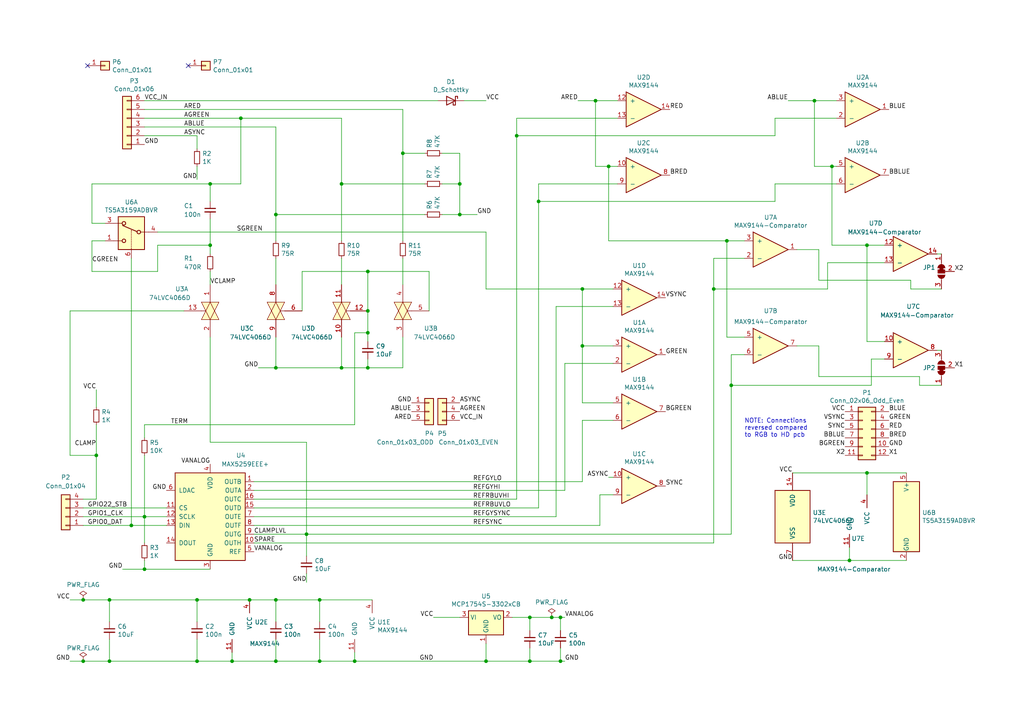
<source format=kicad_sch>
(kicad_sch (version 20230121) (generator eeschema)
  (paper "A4")
  (lib_symbols
    (symbol "Connector_Generic:Conn_01x01" (pin_names (offset 1.016) hide)
      (property "Reference" "J" (at 0 2.54 0))
      (property "Value" "Conn_01x01" (at 0 -2.54 0))
      (symbol "Conn_01x01_1_1"
        (rectangle (start -1.27 0.127) (end 0 -0.127) (stroke (width 0.1524)))
        (rectangle (start -1.27 1.27) (end 1.27 -1.27) (stroke (width 0.254)) (fill (type background)))
        (pin passive line (at -5.08 0 0) (length 3.81) (name "Pin_1") (number "1"))
      )
    )
    (symbol "Connector_Generic:Conn_02x06_Odd_Even" (pin_names (offset 1.016) hide)
      (property "Reference" "J" (at 1.27 7.62 0))
      (property "Value" "Conn_02x06_Odd_Even" (at 1.27 -10.16 0))
      (symbol "Conn_02x06_Odd_Even_1_1"
        (rectangle (start -1.27 -7.493) (end 0 -7.747) (stroke (width 0.1524)))
        (rectangle (start -1.27 -4.953) (end 0 -5.207) (stroke (width 0.1524)))
        (rectangle (start -1.27 -2.413) (end 0 -2.667) (stroke (width 0.1524)))
        (rectangle (start -1.27 0.127) (end 0 -0.127) (stroke (width 0.1524)))
        (rectangle (start -1.27 2.667) (end 0 2.413) (stroke (width 0.1524)))
        (rectangle (start -1.27 5.207) (end 0 4.953) (stroke (width 0.1524)))
        (rectangle (start -1.27 6.35) (end 3.81 -8.89) (stroke (width 0.254)) (fill (type background)))
        (rectangle (start 3.81 -7.493) (end 2.54 -7.747) (stroke (width 0.1524)))
        (rectangle (start 3.81 -4.953) (end 2.54 -5.207) (stroke (width 0.1524)))
        (rectangle (start 3.81 -2.413) (end 2.54 -2.667) (stroke (width 0.1524)))
        (rectangle (start 3.81 0.127) (end 2.54 -0.127) (stroke (width 0.1524)))
        (rectangle (start 3.81 2.667) (end 2.54 2.413) (stroke (width 0.1524)))
        (rectangle (start 3.81 5.207) (end 2.54 4.953) (stroke (width 0.1524)))
        (pin passive line (at -5.08 5.08 0) (length 3.81) (name "Pin_1") (number "1"))
        (pin passive line (at 7.62 -5.08 180) (length 3.81) (name "Pin_10") (number "10"))
        (pin passive line (at -5.08 -7.62 0) (length 3.81) (name "Pin_11") (number "11"))
        (pin passive line (at 7.62 -7.62 180) (length 3.81) (name "Pin_12") (number "12"))
        (pin passive line (at 7.62 5.08 180) (length 3.81) (name "Pin_2") (number "2"))
        (pin passive line (at -5.08 2.54 0) (length 3.81) (name "Pin_3") (number "3"))
        (pin passive line (at 7.62 2.54 180) (length 3.81) (name "Pin_4") (number "4"))
        (pin passive line (at -5.08 0 0) (length 3.81) (name "Pin_5") (number "5"))
        (pin passive line (at 7.62 0 180) (length 3.81) (name "Pin_6") (number "6"))
        (pin passive line (at -5.08 -2.54 0) (length 3.81) (name "Pin_7") (number "7"))
        (pin passive line (at 7.62 -2.54 180) (length 3.81) (name "Pin_8") (number "8"))
        (pin passive line (at -5.08 -5.08 0) (length 3.81) (name "Pin_9") (number "9"))
      )
    )
    (symbol "Device:C_Small" (pin_numbers hide) (pin_names (offset 0.254) hide)
      (property "Reference" "C" (at 0.254 1.778 0))
      (property "Value" "C_Small" (at 0.254 -2.032 0))
      (symbol "C_Small_0_1"
        (polyline (pts (xy -1.524 -0.508) (xy 1.524 -0.508)) (stroke (width 0.3302)))
        (polyline (pts (xy -1.524 0.508) (xy 1.524 0.508)) (stroke (width 0.3048)))
      )
      (symbol "C_Small_1_1"
        (pin passive line (at 0 2.54 270) (length 2.032) (name "~") (number "1"))
        (pin passive line (at 0 -2.54 90) (length 2.032) (name "~") (number "2"))
      )
    )
    (symbol "Device:D_Schottky" (pin_numbers hide) (pin_names (offset 1.016) hide)
      (property "Reference" "D" (at 0 2.54 0))
      (property "Value" "D_Schottky" (at 0 -2.54 0))
      (symbol "D_Schottky_0_1"
        (polyline (pts (xy 1.27 0) (xy -1.27 0)))
        (polyline (pts (xy 1.27 1.27) (xy 1.27 -1.27) (xy -1.27 0) (xy 1.27 1.27)) (stroke (width 0.254)))
        (polyline (pts (xy -1.905 0.635) (xy -1.905 1.27) (xy -1.27 1.27) (xy -1.27 -1.27) (xy -0.635 -1.27) (xy -0.635 -0.635)) (stroke (width 0.254)))
      )
      (symbol "D_Schottky_1_1"
        (pin passive line (at -3.81 0 0) (length 2.54) (name "K") (number "1"))
        (pin passive line (at 3.81 0 180) (length 2.54) (name "A") (number "2"))
      )
    )
    (symbol "Device:R_Small" (pin_numbers hide) (pin_names (offset 0.254) hide)
      (property "Reference" "R" (at 0.762 0.508 0))
      (property "Value" "R_Small" (at 0.762 -1.016 0))
      (symbol "R_Small_0_1"
        (rectangle (start -0.762 1.778) (end 0.762 -1.778) (stroke (width 0.2032)))
      )
      (symbol "R_Small_1_1"
        (pin passive line (at 0 2.54 270) (length 0.762) (name "~") (number "1"))
        (pin passive line (at 0 -2.54 90) (length 0.762) (name "~") (number "2"))
      )
    )
    (symbol "Regulator_Linear:MCP1754S-3302xCB"
      (property "Reference" "U" (at -3.81 3.175 0))
      (property "Value" "MCP1754S-3302xCB" (at -0.635 3.175 0))
      (symbol "MCP1754S-3302xCB_0_1"
        (rectangle (start -5.08 -5.08) (end 5.08 1.905) (stroke (width 0.254)) (fill (type background)))
      )
      (symbol "MCP1754S-3302xCB_1_1"
        (pin power_in line (at 0 -7.62 90) (length 2.54) (name "GND") (number "1"))
        (pin power_out line (at 7.62 0 180) (length 2.54) (name "VO") (number "2"))
        (pin power_in line (at -7.62 0 0) (length 2.54) (name "VI") (number "3"))
      )
    )
    (symbol "analog-rescue:74LVC4066D-4xxx-analog-rescue" (pin_names (offset 1.016))
      (property "Reference" "U" (at -7.62 8.89 0))
      (property "Value" "74LVC4066D-4xxx-analog-rescue" (at -7.62 -8.89 0))
      (symbol "74LVC4066D-4xxx-analog-rescue_1_0"
        (polyline (pts (xy 0 1.27) (xy 0 2.54)) (stroke (width 0.1524)))
        (polyline (pts (xy -2.54 0) (xy 2.54 2.54) (xy 2.54 -2.54) (xy -2.54 0)) (fill (type background)))
        (polyline (pts (xy -2.54 2.54) (xy 2.54 0) (xy -2.54 -2.54) (xy -2.54 2.54)) (fill (type background)))
        (pin passive line (at -7.62 0 0) (length 5.08) (name "~") (number "1"))
        (pin input line (at 0 7.62 270) (length 5.08) (name "~") (number "13"))
        (pin passive line (at 7.62 0 180) (length 5.08) (name "~") (number "2"))
      )
      (symbol "74LVC4066D-4xxx-analog-rescue_2_0"
        (polyline (pts (xy 0 1.27) (xy 0 2.54)) (stroke (width 0.1524)))
        (polyline (pts (xy -2.54 0) (xy 2.54 2.54) (xy 2.54 -2.54) (xy -2.54 0)) (fill (type background)))
        (polyline (pts (xy -2.54 2.54) (xy 2.54 0) (xy -2.54 -2.54) (xy -2.54 2.54)) (fill (type background)))
        (pin passive line (at 7.62 0 180) (length 5.08) (name "~") (number "3"))
        (pin passive line (at -7.62 0 0) (length 5.08) (name "~") (number "4"))
        (pin input line (at 0 7.62 270) (length 5.08) (name "~") (number "5"))
      )
      (symbol "74LVC4066D-4xxx-analog-rescue_3_0"
        (polyline (pts (xy 0 1.27) (xy 0 2.54)) (stroke (width 0.1524)))
        (polyline (pts (xy -2.54 0) (xy 2.54 2.54) (xy 2.54 -2.54) (xy -2.54 0)) (fill (type background)))
        (polyline (pts (xy -2.54 2.54) (xy 2.54 0) (xy -2.54 -2.54) (xy -2.54 2.54)) (fill (type background)))
        (pin input line (at 0 7.62 270) (length 5.08) (name "~") (number "6"))
        (pin passive line (at -7.62 0 0) (length 5.08) (name "~") (number "8"))
        (pin passive line (at 7.62 0 180) (length 5.08) (name "~") (number "9"))
      )
      (symbol "74LVC4066D-4xxx-analog-rescue_4_0"
        (polyline (pts (xy 0 1.27) (xy 0 2.54)) (stroke (width 0.1524)))
        (polyline (pts (xy -2.54 0) (xy 2.54 2.54) (xy 2.54 -2.54) (xy -2.54 0)) (fill (type background)))
        (polyline (pts (xy -2.54 2.54) (xy 2.54 0) (xy -2.54 -2.54) (xy -2.54 2.54)) (fill (type background)))
        (pin passive line (at 7.62 0 180) (length 5.08) (name "~") (number "10"))
        (pin passive line (at -7.62 0 0) (length 5.08) (name "~") (number "11"))
        (pin input line (at 0 7.62 270) (length 5.08) (name "~") (number "12"))
      )
      (symbol "74LVC4066D-4xxx-analog-rescue_5_0"
        (pin power_in line (at 0 12.7 270) (length 5.08) (name "VDD") (number "14"))
        (pin power_in line (at 0 -12.7 90) (length 5.08) (name "VSS") (number "7"))
      )
      (symbol "74LVC4066D-4xxx-analog-rescue_5_1"
        (rectangle (start -5.08 7.62) (end 5.08 -7.62) (stroke (width 0.254)) (fill (type background)))
      )
    )
    (symbol "analog-rescue:Conn_01x03_EVEN-Connector_Generic" (pin_names (offset 1.016) hide)
      (property "Reference" "J" (at 0 5.08 0))
      (property "Value" "Connector_Generic_Conn_01x03_EVEN" (at 0 -5.08 0))
      (symbol "Conn_01x03_EVEN-Connector_Generic_1_1"
        (rectangle (start -1.27 -2.413) (end 0 -2.667) (stroke (width 0.1524)))
        (rectangle (start -1.27 0.127) (end 0 -0.127) (stroke (width 0.1524)))
        (rectangle (start -1.27 2.667) (end 0 2.413) (stroke (width 0.1524)))
        (rectangle (start -1.27 3.81) (end 1.27 -3.81) (stroke (width 0.254)) (fill (type background)))
        (pin passive line (at -5.08 -2.54 0) (length 3.81) (name "Pin_2") (number "2"))
        (pin passive line (at -5.08 0 0) (length 3.81) (name "Pin_4") (number "4"))
        (pin passive line (at -5.08 2.54 0) (length 3.81) (name "Pin_6") (number "6"))
      )
    )
    (symbol "analog-rescue:Conn_01x03_ODD-Connector_Generic" (pin_names (offset 1.016) hide)
      (property "Reference" "J" (at 0 5.08 0))
      (property "Value" "Connector_Generic_Conn_01x03_ODD" (at 0 -5.08 0))
      (symbol "Conn_01x03_ODD-Connector_Generic_1_1"
        (rectangle (start -1.27 -2.413) (end 0 -2.667) (stroke (width 0.1524)))
        (rectangle (start -1.27 0.127) (end 0 -0.127) (stroke (width 0.1524)))
        (rectangle (start -1.27 2.667) (end 0 2.413) (stroke (width 0.1524)))
        (rectangle (start -1.27 3.81) (end 1.27 -3.81) (stroke (width 0.254)) (fill (type background)))
        (pin passive line (at -5.08 2.54 0) (length 3.81) (name "Pin_1") (number "1"))
        (pin passive line (at -5.08 0 0) (length 3.81) (name "Pin_3") (number "3"))
        (pin passive line (at -5.08 -2.54 0) (length 3.81) (name "Pin_5") (number "5"))
      )
    )
    (symbol "analog-rescue:Conn_01x04-Connector_Generic" (pin_names (offset 1.016) hide)
      (property "Reference" "J" (at 0 5.08 0))
      (property "Value" "Conn_01x04-Connector_Generic" (at 0 -7.62 0))
      (symbol "Conn_01x04-Connector_Generic_1_1"
        (rectangle (start -1.27 -4.953) (end 0 -5.207) (stroke (width 0.1524)))
        (rectangle (start -1.27 -2.413) (end 0 -2.667) (stroke (width 0.1524)))
        (rectangle (start -1.27 0.127) (end 0 -0.127) (stroke (width 0.1524)))
        (rectangle (start -1.27 2.667) (end 0 2.413) (stroke (width 0.1524)))
        (rectangle (start -1.27 3.81) (end 1.27 -6.35) (stroke (width 0.254)) (fill (type background)))
        (pin passive line (at -5.08 2.54 0) (length 3.81) (name "Pin_1") (number "1"))
        (pin passive line (at -5.08 0 0) (length 3.81) (name "Pin_2") (number "2"))
        (pin passive line (at -5.08 -2.54 0) (length 3.81) (name "Pin_3") (number "3"))
        (pin passive line (at -5.08 -5.08 0) (length 3.81) (name "Pin_4") (number "4"))
      )
    )
    (symbol "analog-rescue:Conn_01x06-Connector_Generic" (pin_names (offset 1.016) hide)
      (property "Reference" "J" (at 0 7.62 0))
      (property "Value" "Conn_01x06-Connector_Generic" (at 0 -10.16 0))
      (symbol "Conn_01x06-Connector_Generic_1_1"
        (rectangle (start -1.27 -7.493) (end 0 -7.747) (stroke (width 0.1524)))
        (rectangle (start -1.27 -4.953) (end 0 -5.207) (stroke (width 0.1524)))
        (rectangle (start -1.27 -2.413) (end 0 -2.667) (stroke (width 0.1524)))
        (rectangle (start -1.27 0.127) (end 0 -0.127) (stroke (width 0.1524)))
        (rectangle (start -1.27 2.667) (end 0 2.413) (stroke (width 0.1524)))
        (rectangle (start -1.27 5.207) (end 0 4.953) (stroke (width 0.1524)))
        (rectangle (start -1.27 6.35) (end 1.27 -8.89) (stroke (width 0.254)) (fill (type background)))
        (pin passive line (at -5.08 5.08 0) (length 3.81) (name "Pin_1") (number "1"))
        (pin passive line (at -5.08 2.54 0) (length 3.81) (name "Pin_2") (number "2"))
        (pin passive line (at -5.08 0 0) (length 3.81) (name "Pin_3") (number "3"))
        (pin passive line (at -5.08 -2.54 0) (length 3.81) (name "Pin_4") (number "4"))
        (pin passive line (at -5.08 -5.08 0) (length 3.81) (name "Pin_5") (number "5"))
        (pin passive line (at -5.08 -7.62 0) (length 3.81) (name "Pin_6") (number "6"))
      )
    )
    (symbol "analog-rescue:MAX5259EEE+-Analog_DAC" (pin_names (offset 1.016))
      (property "Reference" "U" (at 0 1.27 0))
      (property "Value" "Analog_DAC_MAX5259EEE+" (at -10.16 16.51 0))
      (symbol "MAX5259EEE+-Analog_DAC_1_1"
        (rectangle (start -10.16 12.7) (end 10.16 -12.7) (stroke (width 0.254)) (fill (type background)))
        (pin output line (at 12.7 10.16 180) (length 2.54) (name "OUTB") (number "1"))
        (pin output line (at 12.7 -7.62 180) (length 2.54) (name "OUTH") (number "10"))
        (pin input line (at -12.7 2.54 0) (length 2.54) (name "CS") (number "11"))
        (pin input line (at -12.7 0 0) (length 2.54) (name "SCLK") (number "12"))
        (pin input line (at -12.7 -2.54 0) (length 2.54) (name "DIN") (number "13"))
        (pin output line (at -12.7 -7.62 0) (length 2.54) (name "DOUT") (number "14"))
        (pin output line (at 12.7 2.54 180) (length 2.54) (name "OUTD") (number "15"))
        (pin output line (at 12.7 5.08 180) (length 2.54) (name "OUTC") (number "16"))
        (pin output line (at 12.7 7.62 180) (length 2.54) (name "OUTA") (number "2"))
        (pin power_in line (at 0 -15.24 90) (length 2.54) (name "GND") (number "3"))
        (pin power_in line (at 0 15.24 270) (length 2.54) (name "VDD") (number "4"))
        (pin input line (at 12.7 -10.16 180) (length 2.54) (name "REF") (number "5"))
        (pin input line (at -12.7 7.62 0) (length 2.54) (name "LDAC") (number "6"))
        (pin output line (at 12.7 0 180) (length 2.54) (name "OUTE") (number "7"))
        (pin output line (at 12.7 -2.54 180) (length 2.54) (name "OUTF") (number "8"))
        (pin output line (at 12.7 -5.08 180) (length 2.54) (name "OUTG") (number "9"))
      )
    )
    (symbol "analog-rescue:MAX9144-Comparator-analog-rescue" (pin_names (offset 1.016))
      (property "Reference" "U" (at -7.62 7.62 0))
      (property "Value" "MAX9144-Comparator-analog-rescue" (at -7.62 10.16 0))
      (symbol "MAX9144-Comparator-analog-rescue_1_1"
        (polyline (pts (xy -3.81 5.08) (xy 6.35 0) (xy -3.81 -5.08) (xy -3.81 5.08)) (stroke (width 0.254)) (fill (type background)))
        (pin output line (at 8.89 0 180) (length 2.54) (name "~") (number "1"))
        (pin input line (at -6.35 -2.54 0) (length 2.54) (name "-") (number "2"))
        (pin input line (at -6.35 2.54 0) (length 2.54) (name "+") (number "3"))
      )
      (symbol "MAX9144-Comparator-analog-rescue_2_1"
        (polyline (pts (xy -3.81 5.08) (xy 6.35 0) (xy -3.81 -5.08) (xy -3.81 5.08)) (stroke (width 0.254)) (fill (type background)))
        (pin input line (at -6.35 2.54 0) (length 2.54) (name "+") (number "5"))
        (pin input line (at -6.35 -2.54 0) (length 2.54) (name "-") (number "6"))
        (pin output line (at 8.89 0 180) (length 2.54) (name "~") (number "7"))
      )
      (symbol "MAX9144-Comparator-analog-rescue_3_1"
        (polyline (pts (xy -3.81 5.08) (xy 6.35 0) (xy -3.81 -5.08) (xy -3.81 5.08)) (stroke (width 0.254)) (fill (type background)))
        (pin input line (at -6.35 2.54 0) (length 2.54) (name "+") (number "10"))
        (pin output line (at 8.89 0 180) (length 2.54) (name "~") (number "8"))
        (pin input line (at -6.35 -2.54 0) (length 2.54) (name "-") (number "9"))
      )
      (symbol "MAX9144-Comparator-analog-rescue_4_1"
        (polyline (pts (xy -3.81 5.08) (xy 6.35 0) (xy -3.81 -5.08) (xy -3.81 5.08)) (stroke (width 0.254)) (fill (type background)))
        (pin input line (at -6.35 2.54 0) (length 2.54) (name "+") (number "12"))
        (pin input line (at -6.35 -2.54 0) (length 2.54) (name "-") (number "13"))
        (pin output line (at 8.89 0 180) (length 2.54) (name "~") (number "14"))
      )
      (symbol "MAX9144-Comparator-analog-rescue_5_1"
        (pin power_in line (at -5.08 -6.35 90) (length 3.81) (name "GND") (number "11"))
        (pin power_in line (at 0 8.89 270) (length 3.81) (name "VCC") (number "4"))
      )
    )
    (symbol "analog-rescue:SolderJumper_3_Bridged12-Jumper" (pin_names (offset 0) hide)
      (property "Reference" "JP" (at -2.54 -2.54 0))
      (property "Value" "Jumper_SolderJumper_3_Bridged12" (at 0 2.794 0))
      (symbol "SolderJumper_3_Bridged12-Jumper_0_1"
        (rectangle (start -1.016 0.508) (end -0.508 -0.508) (fill (type outline)))
        (arc (start -1.016 1.016) (mid -2.0275 0) (end -1.016 -1.016))
        (arc (start -1.016 1.016) (mid -2.0275 0) (end -1.016 -1.016) (fill (type outline)))
        (rectangle (start -0.508 1.016) (end 0.508 -1.016) (fill (type outline)))
        (polyline (pts (xy -2.54 0) (xy -2.032 0)))
        (polyline (pts (xy -1.016 1.016) (xy -1.016 -1.016)))
        (polyline (pts (xy 0 -1.27) (xy 0 -1.016)))
        (polyline (pts (xy 1.016 1.016) (xy 1.016 -1.016)))
        (polyline (pts (xy 2.54 0) (xy 2.032 0)))
        (arc (start 1.016 -1.016) (mid 2.0275 0) (end 1.016 1.016))
        (arc (start 1.016 -1.016) (mid 2.0275 0) (end 1.016 1.016) (fill (type outline)))
      )
      (symbol "SolderJumper_3_Bridged12-Jumper_1_1"
        (pin passive line (at -5.08 0 0) (length 2.54) (name "A") (number "1"))
        (pin input line (at 0 -3.81 90) (length 2.54) (name "C") (number "2"))
        (pin passive line (at 5.08 0 180) (length 2.54) (name "B") (number "3"))
      )
    )
    (symbol "analog-rescue:TS5A3159ADBVR-Analog_Switch" (pin_names (offset 0.127))
      (property "Reference" "U" (at -3.175 4.699 0))
      (property "Value" "Analog_Switch_TS5A3159ADBVR" (at -3.175 2.921 0))
      (symbol "TS5A3159ADBVR-Analog_Switch_1_1"
        (rectangle (start -3.81 1.905) (end 3.81 -7.62) (stroke (width 0.254)) (fill (type background)))
        (circle (center -2.159 -2.54) (radius 0.508) (stroke (width 0.254)))
        (polyline (pts (xy -5.08 -2.54) (xy -2.794 -2.54)))
        (polyline (pts (xy -1.651 -2.413) (xy 2.54 -0.635)) (stroke (width 0.254)))
        (polyline (pts (xy 0 -7.62) (xy 0 -7.112)))
        (polyline (pts (xy 0 -6.858) (xy 0 -6.604)))
        (polyline (pts (xy 0 -6.35) (xy 0 -6.096)))
        (polyline (pts (xy 0 -5.842) (xy 0 -5.588)))
        (polyline (pts (xy 0 -5.334) (xy 0 -5.08)))
        (polyline (pts (xy 0 -4.826) (xy 0 -4.572)))
        (polyline (pts (xy 0 -4.318) (xy 0 -4.064)))
        (polyline (pts (xy 0 -3.81) (xy 0 -3.556)))
        (polyline (pts (xy 0 -3.302) (xy 0 -3.048)))
        (polyline (pts (xy 0 -2.794) (xy 0 -2.54)))
        (polyline (pts (xy 0 -2.286) (xy 0 -2.032)))
        (polyline (pts (xy 0 -2.286) (xy 0 -2.032)))
        (polyline (pts (xy 5.08 -5.08) (xy 2.794 -5.08)))
        (polyline (pts (xy 5.08 0) (xy 2.794 0)))
        (circle (center 2.159 -5.08) (radius 0.508) (stroke (width 0.254)))
        (circle (center 2.159 0) (radius 0.508) (stroke (width 0.254)))
        (pin passive line (at 7.62 -5.08 180) (length 2.54) (name "~") (number "1"))
        (pin passive line (at 7.62 0 180) (length 2.54) (name "~") (number "3"))
        (pin passive line (at -7.62 -2.54 0) (length 2.54) (name "~") (number "4"))
        (pin input line (at 0 -10.16 90) (length 2.54) (name "~") (number "6"))
      )
      (symbol "TS5A3159ADBVR-Analog_Switch_2_0"
        (pin power_in line (at 0 -12.7 90) (length 2.54) (name "GND") (number "2"))
        (pin power_in line (at 0 12.7 270) (length 2.54) (name "V+") (number "5"))
      )
      (symbol "TS5A3159ADBVR-Analog_Switch_2_1"
        (rectangle (start -3.81 10.16) (end 3.81 -10.16) (stroke (width 0.254)) (fill (type background)))
      )
    )
    (symbol "power:PWR_FLAG" (power) (pin_numbers hide) (pin_names (offset 0) hide)
      (property "Value" "PWR_FLAG" (at 0 3.81 0))
      (symbol "PWR_FLAG_0_0"
        (pin power_out line (at 0 0 90) (length 0) (name "pwr") (number "1"))
      )
      (symbol "PWR_FLAG_0_1"
        (polyline (pts (xy 0 0) (xy 0 1.27) (xy -1.016 1.905) (xy 0 2.54) (xy 1.016 1.905) (xy 0 1.27)))
      )
    )
  )
  (junction (at 210.82 69.85))
  (junction (at 72.39 173.99))
  (junction (at 106.68 90.17))
  (junction (at 176.53 48.26))
  (junction (at 80.01 106.68))
  (junction (at 246.38 162.56))
  (junction (at 41.91 149.86))
  (junction (at 31.75 191.77))
  (junction (at 162.56 179.07))
  (junction (at 160.02 179.07))
  (junction (at 133.35 62.23))
  (junction (at 41.91 165.1))
  (junction (at 92.71 191.77))
  (junction (at 156.21 58.42))
  (junction (at 67.31 191.77))
  (junction (at 99.06 53.34))
  (junction (at 172.72 29.21))
  (junction (at 80.01 173.99))
  (junction (at 102.87 191.77))
  (junction (at 57.15 191.77))
  (junction (at 106.68 106.68))
  (junction (at 27.94 132.08))
  (junction (at 60.96 53.34))
  (junction (at 99.06 106.68))
  (junction (at 80.01 62.23))
  (junction (at 251.46 71.12))
  (junction (at 69.85 34.29))
  (junction (at 80.01 191.77))
  (junction (at 212.09 111.76))
  (junction (at 24.13 191.77))
  (junction (at 153.67 191.77))
  (junction (at 153.67 179.07))
  (junction (at 31.75 173.99))
  (junction (at 57.15 173.99))
  (junction (at 92.71 173.99))
  (junction (at 236.22 29.21))
  (junction (at 162.56 191.77))
  (junction (at 116.84 44.45))
  (junction (at 140.97 191.77))
  (junction (at 149.86 39.37))
  (junction (at 88.9 154.94))
  (junction (at 106.68 96.52))
  (junction (at 38.1 152.4))
  (junction (at 168.91 83.82))
  (junction (at 207.01 83.82))
  (junction (at 60.96 71.12))
  (junction (at 251.46 137.16))
  (junction (at 241.3 48.26))
  (junction (at 133.35 53.34))
  (junction (at 106.68 78.74))
  (junction (at 24.13 173.99))
  (junction (at 168.91 100.33))
  (no_connect (at 54.61 19.05))
  (no_connect (at 64.77 -17.78))
  (no_connect (at 25.4 19.05))
  (wire (pts (xy 20.32 191.77) (xy 24.13 191.77)))
  (wire (pts (xy 73.66 144.78) (xy 149.86 144.78)))
  (wire (pts (xy 251.46 137.16) (xy 262.89 137.16)))
  (wire (pts (xy 31.75 180.34) (xy 31.75 173.99)))
  (wire (pts (xy 266.7 111.76) (xy 273.05 111.76)))
  (wire (pts (xy 123.19 62.23) (xy 80.01 62.23)))
  (wire (pts (xy 116.84 44.45) (xy 116.84 69.85)))
  (wire (pts (xy 124.46 78.74) (xy 124.46 90.17)))
  (wire (pts (xy 57.15 39.37) (xy 57.15 43.18)))
  (wire (pts (xy 168.91 83.82) (xy 140.97 83.82)))
  (wire (pts (xy 173.99 152.4) (xy 73.66 152.4)))
  (wire (pts (xy 41.91 34.29) (xy 69.85 34.29)))
  (wire (pts (xy 88.9 154.94) (xy 212.09 154.94)))
  (wire (pts (xy 41.91 31.75) (xy 116.84 31.75)))
  (wire (pts (xy 27.94 113.03) (xy 27.94 118.11)))
  (wire (pts (xy 106.68 99.06) (xy 106.68 96.52)))
  (wire (pts (xy 35.56 165.1) (xy 41.91 165.1)))
  (wire (pts (xy 231.14 100.33) (xy 237.49 100.33)))
  (wire (pts (xy 69.85 34.29) (xy 99.06 34.29)))
  (wire (pts (xy 57.15 185.42) (xy 57.15 191.77)))
  (wire (pts (xy 116.84 106.68) (xy 116.84 97.79)))
  (wire (pts (xy 41.91 123.19) (xy 102.87 123.19)))
  (wire (pts (xy 102.87 191.77) (xy 140.97 191.77)))
  (wire (pts (xy 172.72 48.26) (xy 172.72 29.21)))
  (wire (pts (xy 80.01 97.79) (xy 80.01 106.68)))
  (wire (pts (xy 168.91 121.92) (xy 168.91 139.7)))
  (wire (pts (xy 237.49 109.22) (xy 266.7 109.22)))
  (wire (pts (xy 224.79 53.34) (xy 242.57 53.34)))
  (wire (pts (xy 207.01 157.48) (xy 207.01 83.82)))
  (wire (pts (xy 31.75 185.42) (xy 31.75 191.77)))
  (wire (pts (xy 99.06 74.93) (xy 99.06 82.55)))
  (wire (pts (xy 168.91 100.33) (xy 168.91 116.84)))
  (wire (pts (xy 172.72 29.21) (xy 167.64 29.21)))
  (wire (pts (xy 80.01 36.83) (xy 80.01 62.23)))
  (wire (pts (xy 241.3 71.12) (xy 241.3 48.26)))
  (wire (pts (xy 215.9 69.85) (xy 210.82 69.85)))
  (wire (pts (xy 92.71 191.77) (xy 102.87 191.77)))
  (wire (pts (xy 266.7 109.22) (xy 266.7 111.76)))
  (wire (pts (xy 163.83 105.41) (xy 177.8 105.41)))
  (wire (pts (xy 38.1 152.4) (xy 48.26 152.4)))
  (wire (pts (xy 41.91 123.19) (xy 41.91 127)))
  (wire (pts (xy 168.91 100.33) (xy 177.8 100.33)))
  (wire (pts (xy 60.96 82.55) (xy 60.96 78.74)))
  (wire (pts (xy 41.91 149.86) (xy 41.91 132.08)))
  (wire (pts (xy 20.32 173.99) (xy 24.13 173.99)))
  (wire (pts (xy 125.73 179.07) (xy 133.35 179.07)))
  (wire (pts (xy 20.32 132.08) (xy 20.32 90.17)))
  (wire (pts (xy 207.01 74.93) (xy 215.9 74.93)))
  (wire (pts (xy 31.75 173.99) (xy 57.15 173.99)))
  (wire (pts (xy 99.06 34.29) (xy 99.06 53.34)))
  (wire (pts (xy 27.94 132.08) (xy 27.94 144.78)))
  (wire (pts (xy 80.01 36.83) (xy 41.91 36.83)))
  (wire (pts (xy 224.79 34.29) (xy 224.79 39.37)))
  (wire (pts (xy 134.62 29.21) (xy 140.97 29.21)))
  (wire (pts (xy 224.79 53.34) (xy 224.79 58.42)))
  (wire (pts (xy 240.03 83.82) (xy 207.01 83.82)))
  (wire (pts (xy 212.09 102.87) (xy 215.9 102.87)))
  (wire (pts (xy 20.32 90.17) (xy 53.34 90.17)))
  (wire (pts (xy 236.22 29.21) (xy 242.57 29.21)))
  (wire (pts (xy 60.96 128.27) (xy 88.9 128.27)))
  (wire (pts (xy 123.19 44.45) (xy 116.84 44.45)))
  (wire (pts (xy 80.01 191.77) (xy 92.71 191.77)))
  (wire (pts (xy 228.6 29.21) (xy 236.22 29.21)))
  (wire (pts (xy 256.54 71.12) (xy 251.46 71.12)))
  (wire (pts (xy 128.27 62.23) (xy 133.35 62.23)))
  (wire (pts (xy 27.94 132.08) (xy 27.94 123.19)))
  (wire (pts (xy 60.96 165.1) (xy 41.91 165.1)))
  (wire (pts (xy 38.1 74.93) (xy 38.1 152.4)))
  (wire (pts (xy 99.06 53.34) (xy 99.06 69.85)))
  (wire (pts (xy 60.96 63.5) (xy 60.96 71.12)))
  (wire (pts (xy 102.87 96.52) (xy 106.68 96.52)))
  (wire (pts (xy 133.35 53.34) (xy 133.35 44.45)))
  (wire (pts (xy 229.87 137.16) (xy 251.46 137.16)))
  (wire (pts (xy 251.46 71.12) (xy 251.46 99.06)))
  (wire (pts (xy 41.91 29.21) (xy 127 29.21)))
  (wire (pts (xy 148.59 179.07) (xy 153.67 179.07)))
  (wire (pts (xy 41.91 39.37) (xy 57.15 39.37)))
  (wire (pts (xy 106.68 78.74) (xy 124.46 78.74)))
  (wire (pts (xy 88.9 168.91) (xy 88.9 166.37)))
  (wire (pts (xy 24.13 152.4) (xy 38.1 152.4)))
  (wire (pts (xy 60.96 71.12) (xy 45.72 71.12)))
  (wire (pts (xy 106.68 90.17) (xy 106.68 78.74)))
  (wire (pts (xy 57.15 173.99) (xy 72.39 173.99)))
  (wire (pts (xy 116.84 74.93) (xy 116.84 82.55)))
  (wire (pts (xy 67.31 189.23) (xy 67.31 191.77)))
  (wire (pts (xy 73.66 139.7) (xy 168.91 139.7)))
  (wire (pts (xy 246.38 158.75) (xy 246.38 162.56)))
  (wire (pts (xy 88.9 161.29) (xy 88.9 154.94)))
  (wire (pts (xy 140.97 67.31) (xy 140.97 83.82)))
  (wire (pts (xy 80.01 173.99) (xy 92.71 173.99)))
  (wire (pts (xy 173.99 143.51) (xy 173.99 152.4)))
  (wire (pts (xy 57.15 191.77) (xy 67.31 191.77)))
  (wire (pts (xy 92.71 180.34) (xy 92.71 173.99)))
  (wire (pts (xy 162.56 179.07) (xy 163.83 179.07)))
  (wire (pts (xy 26.67 64.77) (xy 26.67 53.34)))
  (wire (pts (xy 72.39 173.99) (xy 80.01 173.99)))
  (wire (pts (xy 176.53 69.85) (xy 176.53 48.26)))
  (wire (pts (xy 237.49 72.39) (xy 237.49 81.28)))
  (wire (pts (xy 153.67 182.88) (xy 153.67 179.07)))
  (wire (pts (xy 102.87 123.19) (xy 102.87 96.52)))
  (wire (pts (xy 20.32 132.08) (xy 27.94 132.08)))
  (wire (pts (xy 26.67 69.85) (xy 30.48 69.85)))
  (wire (pts (xy 60.96 53.34) (xy 69.85 53.34)))
  (wire (pts (xy 271.78 101.6) (xy 273.05 101.6)))
  (wire (pts (xy 80.01 180.34) (xy 80.01 173.99)))
  (wire (pts (xy 156.21 53.34) (xy 156.21 58.42)))
  (wire (pts (xy 163.83 105.41) (xy 163.83 142.24)))
  (wire (pts (xy 60.96 71.12) (xy 60.96 73.66)))
  (wire (pts (xy 240.03 76.2) (xy 240.03 83.82)))
  (wire (pts (xy 80.01 74.93) (xy 80.01 82.55)))
  (wire (pts (xy 106.68 104.14) (xy 106.68 106.68)))
  (wire (pts (xy 262.89 162.56) (xy 246.38 162.56)))
  (wire (pts (xy 237.49 81.28) (xy 264.16 81.28)))
  (wire (pts (xy 251.46 71.12) (xy 241.3 71.12)))
  (wire (pts (xy 153.67 187.96) (xy 153.67 191.77)))
  (wire (pts (xy 87.63 78.74) (xy 87.63 90.17)))
  (wire (pts (xy 73.66 149.86) (xy 161.29 149.86)))
  (wire (pts (xy 30.48 64.77) (xy 26.67 64.77)))
  (wire (pts (xy 116.84 31.75) (xy 116.84 44.45)))
  (wire (pts (xy 177.8 121.92) (xy 168.91 121.92)))
  (wire (pts (xy 140.97 186.69) (xy 140.97 191.77)))
  (wire (pts (xy 102.87 189.23) (xy 102.87 191.77)))
  (wire (pts (xy 133.35 62.23) (xy 133.35 53.34)))
  (wire (pts (xy 123.19 53.34) (xy 99.06 53.34)))
  (wire (pts (xy 92.71 173.99) (xy 107.95 173.99)))
  (wire (pts (xy 210.82 69.85) (xy 176.53 69.85)))
  (wire (pts (xy 212.09 111.76) (xy 252.73 111.76)))
  (wire (pts (xy 149.86 39.37) (xy 149.86 144.78)))
  (wire (pts (xy 88.9 128.27) (xy 88.9 154.94)))
  (wire (pts (xy 99.06 106.68) (xy 99.06 97.79)))
  (wire (pts (xy 156.21 53.34) (xy 179.07 53.34)))
  (wire (pts (xy 48.26 149.86) (xy 41.91 149.86)))
  (wire (pts (xy 92.71 185.42) (xy 92.71 191.77)))
  (wire (pts (xy 162.56 187.96) (xy 162.56 191.77)))
  (wire (pts (xy 177.8 83.82) (xy 168.91 83.82)))
  (wire (pts (xy 162.56 191.77) (xy 163.83 191.77)))
  (wire (pts (xy 149.86 34.29) (xy 149.86 39.37)))
  (wire (pts (xy 161.29 88.9) (xy 161.29 149.86)))
  (wire (pts (xy 24.13 144.78) (xy 27.94 144.78)))
  (wire (pts (xy 26.67 78.74) (xy 26.67 69.85)))
  (wire (pts (xy 69.85 53.34) (xy 69.85 34.29)))
  (wire (pts (xy 177.8 143.51) (xy 173.99 143.51)))
  (wire (pts (xy 246.38 162.56) (xy 229.87 162.56)))
  (wire (pts (xy 179.07 48.26) (xy 176.53 48.26)))
  (wire (pts (xy 73.66 154.94) (xy 88.9 154.94)))
  (wire (pts (xy 60.96 97.79) (xy 60.96 128.27)))
  (wire (pts (xy 24.13 173.99) (xy 31.75 173.99)))
  (wire (pts (xy 80.01 62.23) (xy 80.01 69.85)))
  (wire (pts (xy 251.46 99.06) (xy 256.54 99.06)))
  (wire (pts (xy 140.97 67.31) (xy 45.72 67.31)))
  (wire (pts (xy 224.79 58.42) (xy 156.21 58.42)))
  (wire (pts (xy 80.01 106.68) (xy 99.06 106.68)))
  (wire (pts (xy 41.91 162.56) (xy 41.91 165.1)))
  (wire (pts (xy 237.49 100.33) (xy 237.49 109.22)))
  (wire (pts (xy 57.15 180.34) (xy 57.15 173.99)))
  (wire (pts (xy 251.46 143.51) (xy 251.46 137.16)))
  (wire (pts (xy 73.66 157.48) (xy 207.01 157.48)))
  (wire (pts (xy 161.29 88.9) (xy 177.8 88.9)))
  (wire (pts (xy 153.67 191.77) (xy 162.56 191.77)))
  (wire (pts (xy 57.15 48.26) (xy 57.15 52.07)))
  (wire (pts (xy 106.68 106.68) (xy 116.84 106.68)))
  (wire (pts (xy 207.01 83.82) (xy 207.01 74.93)))
  (wire (pts (xy 80.01 106.68) (xy 74.93 106.68)))
  (wire (pts (xy 241.3 48.26) (xy 236.22 48.26)))
  (wire (pts (xy 106.68 96.52) (xy 106.68 90.17)))
  (wire (pts (xy 99.06 106.68) (xy 106.68 106.68)))
  (wire (pts (xy 264.16 81.28) (xy 264.16 83.82)))
  (wire (pts (xy 215.9 97.79) (xy 210.82 97.79)))
  (wire (pts (xy 252.73 111.76) (xy 252.73 104.14)))
  (wire (pts (xy 41.91 157.48) (xy 41.91 149.86)))
  (wire (pts (xy 87.63 78.74) (xy 106.68 78.74)))
  (wire (pts (xy 67.31 191.77) (xy 80.01 191.77)))
  (wire (pts (xy 24.13 191.77) (xy 31.75 191.77)))
  (wire (pts (xy 236.22 48.26) (xy 236.22 29.21)))
  (wire (pts (xy 252.73 104.14) (xy 256.54 104.14)))
  (wire (pts (xy 212.09 154.94) (xy 212.09 111.76)))
  (wire (pts (xy 264.16 83.82) (xy 273.05 83.82)))
  (wire (pts (xy 24.13 147.32) (xy 48.26 147.32)))
  (wire (pts (xy 45.72 78.74) (xy 26.67 78.74)))
  (wire (pts (xy 41.91 149.86) (xy 24.13 149.86)))
  (wire (pts (xy 176.53 48.26) (xy 172.72 48.26)))
  (wire (pts (xy 160.02 179.07) (xy 162.56 179.07)))
  (wire (pts (xy 168.91 100.33) (xy 168.91 83.82)))
  (wire (pts (xy 153.67 179.07) (xy 160.02 179.07)))
  (wire (pts (xy 168.91 116.84) (xy 177.8 116.84)))
  (wire (pts (xy 149.86 34.29) (xy 179.07 34.29)))
  (wire (pts (xy 73.66 142.24) (xy 163.83 142.24)))
  (wire (pts (xy 45.72 71.12) (xy 45.72 78.74)))
  (wire (pts (xy 172.72 29.21) (xy 179.07 29.21)))
  (wire (pts (xy 271.78 73.66) (xy 273.05 73.66)))
  (wire (pts (xy 138.43 62.23) (xy 133.35 62.23)))
  (wire (pts (xy 128.27 53.34) (xy 133.35 53.34)))
  (wire (pts (xy 156.21 58.42) (xy 156.21 147.32)))
  (wire (pts (xy 224.79 39.37) (xy 149.86 39.37)))
  (wire (pts (xy 73.66 147.32) (xy 156.21 147.32)))
  (wire (pts (xy 224.79 34.29) (xy 242.57 34.29)))
  (wire (pts (xy 162.56 182.88) (xy 162.56 179.07)))
  (wire (pts (xy 80.01 185.42) (xy 80.01 191.77)))
  (wire (pts (xy 256.54 76.2) (xy 240.03 76.2)))
  (wire (pts (xy 133.35 44.45) (xy 128.27 44.45)))
  (wire (pts (xy 212.09 111.76) (xy 212.09 102.87)))
  (wire (pts (xy 60.96 58.42) (xy 60.96 53.34)))
  (wire (pts (xy 210.82 97.79) (xy 210.82 69.85)))
  (wire (pts (xy 140.97 191.77) (xy 153.67 191.77)))
  (wire (pts (xy 31.75 191.77) (xy 57.15 191.77)))
  (wire (pts (xy 242.57 48.26) (xy 241.3 48.26)))
  (wire (pts (xy 177.8 138.43) (xy 176.53 138.43)))
  (wire (pts (xy 26.67 53.34) (xy 60.96 53.34)))
  (wire (pts (xy 231.14 72.39) (xy 237.49 72.39)))
  (text "NOTE: Connections\nreversed compared\nto RGB to HD pcb" (at 215.9 127 0) (effects (font (size 1.27 1.27)) (justify left bottom)))
  (label "REFGYLO" (at 137.16 139.7 0))
  (label "GND" (at 88.9 168.91 180))
  (label "REFRBUVHI" (at 137.16 144.78 0))
  (label "VCC" (at 245.11 119.38 180))
  (label "CLAMP" (at 27.94 129.54 180))
  (label "GPIO1_CLK" (at 25.4 149.86 0))
  (label "VCC" (at 20.32 173.99 180))
  (label "GND" (at 125.73 191.77 180))
  (label "GREEN" (at 193.04 102.87 0))
  (label "TERM" (at 49.53 123.19 0))
  (label "VANALOG" (at 60.96 134.62 180))
  (label "ASYNC" (at 176.53 138.43 180))
  (label "SYNC" (at 245.11 124.46 180))
  (label "BRED" (at 257.81 127 0))
  (label "BGREEN" (at 245.11 129.54 180))
  (label "GPIO22_STB" (at 25.4 147.32 0))
  (label "GND" (at 257.81 129.54 0))
  (label "BLUE" (at 257.81 119.38 0))
  (label "VCC" (at 140.97 29.21 0))
  (label "GND" (at 119.38 116.84 180))
  (label "GREEN" (at 257.81 121.92 0))
  (label "ASYNC" (at 133.35 116.84 0))
  (label "GND" (at 20.32 191.77 180))
  (label "AGREEN" (at 133.35 119.38 0))
  (label "VANALOG" (at 163.83 179.07 0))
  (label "REFRBUVLO" (at 137.16 147.32 0))
  (label "VSYNC" (at 193.04 86.36 0))
  (label "AGREEN" (at 53.34 34.29 0))
  (label "BRED" (at 194.31 50.8 0))
  (label "ASYNC" (at 53.34 39.37 0))
  (label "REFGYHI" (at 137.16 142.24 0))
  (label "GPIO0_DAT" (at 25.4 152.4 0))
  (label "REFSYNC" (at 137.16 152.4 0))
  (label "GND" (at 41.91 41.91 0))
  (label "RED" (at 194.31 31.75 0))
  (label "VCC" (at 125.73 179.07 180))
  (label "GND" (at 138.43 62.23 0))
  (label "ABLUE" (at 53.34 36.83 0))
  (label "SPARE" (at 73.66 157.48 0))
  (label "CLAMPLVL" (at 73.66 154.94 0))
  (label "VSYNC" (at 245.11 121.92 180))
  (label "BBLUE" (at 257.81 50.8 0))
  (label "VCLAMP" (at 60.96 82.55 0))
  (label "GND" (at 74.93 106.68 180))
  (label "BLUE" (at 257.81 31.75 0))
  (label "ABLUE" (at 228.6 29.21 180))
  (label "VCC" (at 229.87 137.16 180))
  (label "X1" (at 276.86 106.68 0))
  (label "GND" (at 35.56 165.1 180))
  (label "ARED" (at 119.38 121.92 180))
  (label "ARED" (at 167.64 29.21 180))
  (label "CGREEN" (at 26.67 76.2 0))
  (label "VCC_IN" (at 41.91 29.21 0))
  (label "VCC" (at 27.94 113.03 180))
  (label "VCC_IN" (at 133.35 121.92 0))
  (label "SYNC" (at 193.04 140.97 0))
  (label "GND" (at 57.15 52.07 180))
  (label "SGREEN" (at 76.2 67.31 180))
  (label "BBLUE" (at 245.11 127 180))
  (label "ARED" (at 53.34 31.75 0))
  (label "X1" (at 257.81 132.08 0))
  (label "BGREEN" (at 193.04 119.38 0))
  (label "REFGYSYNC" (at 137.16 149.86 0))
  (label "X2" (at 276.86 78.74 0))
  (label "VANALOG" (at 73.66 160.02 0))
  (label "GND" (at 229.87 162.56 180))
  (label "GND" (at 48.26 142.24 180))
  (label "GND" (at 163.83 191.77 0))
  (label "ABLUE" (at 119.38 119.38 180))
  (label "X2" (at 245.11 132.08 180))
  (label "RED" (at 257.81 124.46 0))
  (symbol (lib_id "Device:C_Small") (at 92.71 182.88 0) (unit 1)
    (property "Reference" "C4" (at 95.0468 181.7116 0) (effects (justify left)))
    (property "Value" "100n" (at 95.0468 184.023 0) (effects (justify left)))
    (property "Footprint" "Capacitor_SMD:C_0805_2012Metric_Pad1.15x1.40mm_HandSolder" (effects hide))
  )
  (symbol (lib_id "Device:C_Small") (at 57.15 182.88 0) (unit 1)
    (property "Reference" "C2" (at 59.4868 181.7116 0) (effects (justify left)))
    (property "Value" "100n" (at 59.4868 184.023 0) (effects (justify left)))
    (property "Footprint" "Capacitor_SMD:C_0805_2012Metric_Pad1.15x1.40mm_HandSolder" (effects hide))
  )
  (symbol (lib_id "Device:C_Small") (at 80.01 182.88 0) (unit 1)
    (property "Reference" "C3" (at 82.3468 181.7116 0) (effects (justify left)))
    (property "Value" "100n" (at 82.3468 184.023 0) (effects (justify left)))
    (property "Footprint" "Capacitor_SMD:C_0805_2012Metric_Pad1.15x1.40mm_HandSolder" (effects hide))
  )
  (symbol (lib_id "Device:C_Small") (at 31.75 182.88 0) (unit 1)
    (property "Reference" "C6" (at 34.0868 181.7116 0) (effects (justify left)))
    (property "Value" "10uF" (at 34.0868 184.023 0) (effects (justify left)))
    (property "Footprint" "Capacitor_SMD:C_0805_2012Metric_Pad1.15x1.40mm_HandSolder" (effects hide))
  )
  (symbol (lib_id "analog-rescue:Conn_01x04-Connector_Generic") (at 19.05 149.86 180) (unit 1)
    (property "Reference" "P2" (at 19.05 138.43 0))
    (property "Value" "Conn_01x04" (at 19.05 140.97 0))
    (property "Footprint" "Connector_PinHeader_2.54mm:PinHeader_1x04_P2.54mm_Vertical" (effects hide))
  )
  (symbol (lib_id "Connector_Generic:Conn_01x01") (at 30.48 19.05 0) (unit 1)
    (property "Reference" "P6" (at 32.512 17.9832 0) (effects (justify left)))
    (property "Value" "Conn_01x01" (at 32.512 20.2946 0) (effects (justify left)))
    (property "Footprint" "Connector_PinHeader_2.54mm:PinHeader_1x01_P2.54mm_Vertical" (effects hide))
  )
  (symbol (lib_id "Device:C_Small") (at 153.67 185.42 0) (unit 1)
    (property "Reference" "C7" (at 156.0068 184.2516 0) (effects (justify left)))
    (property "Value" "10uF" (at 156.0068 186.563 0) (effects (justify left)))
    (property "Footprint" "Capacitor_SMD:C_0805_2012Metric_Pad1.15x1.40mm_HandSolder" (effects hide))
  )
  (symbol (lib_id "power:PWR_FLAG") (at 24.13 173.99 0) (unit 1)
    (property "Reference" "#FLG0101" (effects hide))
    (property "Value" "PWR_FLAG" (at 24.13 169.5958 0))
  )
  (symbol (lib_id "analog-rescue:MAX9144-Comparator-analog-rescue") (at 185.42 31.75 0) (unit 4)
    (property "Reference" "U2" (at 186.69 22.4282 0))
    (property "Value" "MAX9144" (at 186.69 24.7396 0))
    (property "Footprint" "Package_SO:SOIC-14_3.9x8.7mm_P1.27mm" (effects hide))
  )
  (symbol (lib_id "analog-rescue:MAX9144-Comparator-analog-rescue") (at 248.92 31.75 0) (unit 1)
    (property "Reference" "U2" (at 250.19 22.4282 0))
    (property "Value" "MAX9144" (at 250.19 24.7396 0))
    (property "Footprint" "Package_SO:SOIC-14_3.9x8.7mm_P1.27mm" (effects hide))
  )
  (symbol (lib_id "power:PWR_FLAG") (at 24.13 191.77 0) (unit 1)
    (property "Reference" "#FLG0102" (effects hide))
    (property "Value" "PWR_FLAG" (at 24.13 187.96 0))
  )
  (symbol (lib_id "power:PWR_FLAG") (at 160.02 179.07 0) (unit 1)
    (property "Reference" "#FLG0103" (effects hide))
    (property "Value" "PWR_FLAG" (at 160.02 174.6758 0))
  )
  (symbol (lib_id "analog-rescue:MAX9144-Comparator-analog-rescue") (at 248.92 50.8 0) (unit 2)
    (property "Reference" "U2" (at 250.19 41.4782 0))
    (property "Value" "MAX9144" (at 250.19 43.7896 0))
    (property "Footprint" "Package_SO:SOIC-14_3.9x8.7mm_P1.27mm" (effects hide))
  )
  (symbol (lib_id "analog-rescue:MAX9144-Comparator-analog-rescue") (at 185.42 50.8 0) (unit 3)
    (property "Reference" "U2" (at 186.69 41.4782 0))
    (property "Value" "MAX9144" (at 186.69 43.7896 0))
    (property "Footprint" "Package_SO:SOIC-14_3.9x8.7mm_P1.27mm" (effects hide))
  )
  (symbol (lib_id "analog-rescue:MAX9144-Comparator-analog-rescue") (at 72.39 182.88 0) (unit 5)
    (property "Reference" "U2" (at 73.8632 180.4416 0) (effects (justify left)))
    (property "Value" "MAX9144" (at 72.39 186.69 0) (effects (justify left)))
    (property "Footprint" "Package_SO:SOIC-14_3.9x8.7mm_P1.27mm" (effects hide))
  )
  (symbol (lib_id "Regulator_Linear:MCP1754S-3302xCB") (at 140.97 179.07 0) (unit 1)
    (property "Reference" "U5" (at 140.97 172.9232 0))
    (property "Value" "MCP1754S-3302xCB" (at 140.97 175.2346 0))
    (property "Footprint" "Package_TO_SOT_SMD:SOT-23_Handsoldering" (effects hide))
    (property "Datasheet" "http://ww1.microchip.com/downloads/en/DeviceDoc/20002276C.pdf" (effects hide))
  )
  (symbol (lib_id "analog-rescue:MAX9144-Comparator-analog-rescue") (at 184.15 119.38 0) (unit 2)
    (property "Reference" "U1" (at 185.42 110.0582 0))
    (property "Value" "MAX9144" (at 185.42 112.3696 0))
    (property "Footprint" "Package_SO:SOIC-14_3.9x8.7mm_P1.27mm" (effects hide))
  )
  (symbol (lib_id "analog-rescue:MAX9144-Comparator-analog-rescue") (at 184.15 140.97 0) (unit 3)
    (property "Reference" "U1" (at 185.42 131.6482 0))
    (property "Value" "MAX9144" (at 185.42 133.9596 0))
    (property "Footprint" "Package_SO:SOIC-14_3.9x8.7mm_P1.27mm" (effects hide))
  )
  (symbol (lib_id "analog-rescue:MAX9144-Comparator-analog-rescue") (at 184.15 102.87 0) (unit 1)
    (property "Reference" "U1" (at 185.42 93.5482 0))
    (property "Value" "MAX9144" (at 185.42 95.8596 0))
    (property "Footprint" "Package_SO:SOIC-14_3.9x8.7mm_P1.27mm" (effects hide))
  )
  (symbol (lib_id "analog-rescue:MAX9144-Comparator-analog-rescue") (at 184.15 86.36 0) (unit 4)
    (property "Reference" "U1" (at 185.42 77.0382 0))
    (property "Value" "MAX9144" (at 185.42 79.3496 0))
    (property "Footprint" "Package_SO:SOIC-14_3.9x8.7mm_P1.27mm" (effects hide))
  )
  (symbol (lib_id "analog-rescue:MAX9144-Comparator-analog-rescue") (at 107.95 182.88 0) (unit 5)
    (property "Reference" "U1" (at 109.4232 180.4416 0) (effects (justify left)))
    (property "Value" "MAX9144" (at 109.4232 182.753 0) (effects (justify left)))
    (property "Footprint" "Package_SO:SOIC-14_3.9x8.7mm_P1.27mm" (effects hide))
  )
  (symbol (lib_id "Device:C_Small") (at 88.9 163.83 0) (unit 1)
    (property "Reference" "C8" (at 91.2368 162.6616 0) (effects (justify left)))
    (property "Value" "10uF" (at 91.2368 164.973 0) (effects (justify left)))
    (property "Footprint" "Capacitor_SMD:C_0805_2012Metric_Pad1.15x1.40mm_HandSolder" (effects hide))
  )
  (symbol (lib_id "Device:C_Small") (at 60.96 60.96 0) (unit 1)
    (property "Reference" "C1" (at 53.34 59.69 0) (effects (justify left)))
    (property "Value" "100n" (at 53.34 62.23 0) (effects (justify left)))
    (property "Footprint" "Capacitor_SMD:C_0805_2012Metric_Pad1.15x1.40mm_HandSolder" (effects hide))
  )
  (symbol (lib_id "analog-rescue:MAX5259EEE+-Analog_DAC") (at 60.96 149.86 0) (unit 1)
    (property "Reference" "U4" (at 69.85 132.08 0))
    (property "Value" "MAX5259EEE+" (at 71.12 134.62 0))
    (property "Footprint" "Package_SO:QSOP-16_3.9x4.9mm_P0.635mm" (effects hide))
  )
  (symbol (lib_id "Device:R_Small") (at 125.73 62.23 90) (unit 1)
    (property "Reference" "R6" (at 124.5616 60.7314 0) (effects (justify left)))
    (property "Value" "47K" (at 126.873 60.7314 0) (effects (justify left)))
    (property "Footprint" "Resistor_SMD:R_0805_2012Metric_Pad1.15x1.40mm_HandSolder" (effects hide))
  )
  (symbol (lib_id "Device:R_Small") (at 125.73 53.34 90) (unit 1)
    (property "Reference" "R7" (at 124.5616 51.8414 0) (effects (justify left)))
    (property "Value" "47K" (at 126.873 51.8414 0) (effects (justify left)))
    (property "Footprint" "Resistor_SMD:R_0805_2012Metric_Pad1.15x1.40mm_HandSolder" (effects hide))
  )
  (symbol (lib_id "Device:R_Small") (at 125.73 44.45 90) (unit 1)
    (property "Reference" "R8" (at 124.5616 42.9514 0) (effects (justify left)))
    (property "Value" "47K" (at 126.873 42.9514 0) (effects (justify left)))
    (property "Footprint" "Resistor_SMD:R_0805_2012Metric_Pad1.15x1.40mm_HandSolder" (effects hide))
  )
  (symbol (lib_id "Device:R_Small") (at 27.94 120.65 0) (unit 1)
    (property "Reference" "R4" (at 29.4386 119.4816 0) (effects (justify left)))
    (property "Value" "1K" (at 29.4386 121.793 0) (effects (justify left)))
    (property "Footprint" "Resistor_SMD:R_0805_2012Metric_Pad1.15x1.40mm_HandSolder" (effects hide))
  )
  (symbol (lib_id "Device:R_Small") (at 57.15 45.72 0) (unit 1)
    (property "Reference" "R2" (at 58.6486 44.5516 0) (effects (justify left)))
    (property "Value" "1K" (at 58.6486 46.863 0) (effects (justify left)))
    (property "Footprint" "Resistor_SMD:R_0805_2012Metric_Pad1.15x1.40mm_HandSolder" (effects hide))
  )
  (symbol (lib_id "Device:C_Small") (at 162.56 185.42 0) (unit 1)
    (property "Reference" "C5" (at 164.8968 184.2516 0) (effects (justify left)))
    (property "Value" "100n" (at 164.8968 186.563 0) (effects (justify left)))
    (property "Footprint" "Capacitor_SMD:C_0805_2012Metric_Pad1.15x1.40mm_HandSolder" (effects hide))
  )
  (symbol (lib_id "analog-rescue:74LVC4066D-4xxx-analog-rescue") (at 229.87 149.86 0) (unit 5)
    (property "Reference" "U3" (at 235.712 148.6916 0) (effects (justify left)))
    (property "Value" "74LVC4066D" (at 235.712 151.003 0) (effects (justify left)))
    (property "Footprint" "Package_SO:SOIC-14_3.9x8.7mm_P1.27mm" (effects hide))
    (property "Datasheet" "http://www.ti.com/lit/ds/symlink/cd74LVC4066Db.pdf" (effects hide))
  )
  (symbol (lib_id "analog-rescue:74LVC4066D-4xxx-analog-rescue") (at 60.96 90.17 90) (mirror x) (unit 1)
    (property "Reference" "U3" (at 50.8 83.82 90) (effects (justify right)))
    (property "Value" "74LVC4066D" (at 43.18 86.36 90) (effects (justify right)))
    (property "Footprint" "Package_SO:SOIC-14_3.9x8.7mm_P1.27mm" (effects hide))
    (property "Datasheet" "http://www.ti.com/lit/ds/symlink/cd74LVC4066Db.pdf" (effects hide))
  )
  (symbol (lib_id "analog-rescue:74LVC4066D-4xxx-analog-rescue") (at 116.84 90.17 270) (unit 2)
    (property "Reference" "U3" (at 127 95.25 90) (effects (justify right)))
    (property "Value" "74LVC4066D" (at 132.08 97.79 90) (effects (justify right)))
    (property "Footprint" "Package_SO:SOIC-14_3.9x8.7mm_P1.27mm" (effects hide))
    (property "Datasheet" "http://www.ti.com/lit/ds/symlink/cd74LVC4066Db.pdf" (effects hide))
  )
  (symbol (lib_id "analog-rescue:74LVC4066D-4xxx-analog-rescue") (at 80.01 90.17 270) (unit 3)
    (property "Reference" "U3" (at 73.66 95.25 90) (effects (justify right)))
    (property "Value" "74LVC4066D" (at 78.74 97.79 90) (effects (justify right)))
    (property "Footprint" "Package_SO:SOIC-14_3.9x8.7mm_P1.27mm" (effects hide))
    (property "Datasheet" "http://www.ti.com/lit/ds/symlink/cd74LVC4066Db.pdf" (effects hide))
  )
  (symbol (lib_id "analog-rescue:74LVC4066D-4xxx-analog-rescue") (at 99.06 90.17 270) (unit 4)
    (property "Reference" "U3" (at 91.44 95.25 90) (effects (justify right)))
    (property "Value" "74LVC4066D" (at 96.52 97.79 90) (effects (justify right)))
    (property "Footprint" "Package_SO:SOIC-14_3.9x8.7mm_P1.27mm" (effects hide))
    (property "Datasheet" "http://www.ti.com/lit/ds/symlink/cd74LVC4066Db.pdf" (effects hide))
  )
  (symbol (lib_id "Device:R_Small") (at 60.96 76.2 0) (unit 1)
    (property "Reference" "R1" (at 53.34 74.93 0) (effects (justify left)))
    (property "Value" "470R" (at 53.34 77.47 0) (effects (justify left)))
    (property "Footprint" "Resistor_SMD:R_0805_2012Metric_Pad1.15x1.40mm_HandSolder" (effects hide))
  )
  (symbol (lib_id "analog-rescue:Conn_01x06-Connector_Generic") (at 36.83 36.83 180) (unit 1)
    (property "Reference" "P3" (at 38.9128 23.495 0))
    (property "Value" "Conn_01x06" (at 38.9128 25.8064 0))
    (property "Footprint" "Connector_Molex:Molex_PicoBlade_53048-0610_1x06_P1.25mm_Horizontal_Custom2" (effects hide))
  )
  (symbol (lib_id "analog-rescue:TS5A3159ADBVR-Analog_Switch") (at 38.1 64.77 0) (mirror y) (unit 1)
    (property "Reference" "U6" (at 38.1 58.6232 0))
    (property "Value" "TS5A3159ADBVR" (at 38.1 60.9346 0))
    (property "Footprint" "Package_TO_SOT_SMD:SOT-23-6_Handsoldering" (effects hide))
    (property "Datasheet" "http://www.ti.com/lit/ds/symlink/ts5a3159a.pdf" (effects hide))
  )
  (symbol (lib_id "Connector_Generic:Conn_02x06_Odd_Even") (at 250.19 124.46 0) (unit 1)
    (property "Reference" "P1" (at 251.46 113.8682 0))
    (property "Value" "Conn_02x06_Odd_Even" (at 251.46 116.1796 0))
    (property "Footprint" "Connector_PinSocket_2.54mm:PinSocket_2x06_P2.54mm_Horizontal" (effects hide))
  )
  (symbol (lib_id "Device:R_Small") (at 80.01 72.39 0) (unit 1)
    (property "Reference" "R9" (at 81.5086 71.2216 0) (effects (justify left)))
    (property "Value" "75R" (at 81.5086 73.533 0) (effects (justify left)))
    (property "Footprint" "Resistor_SMD:R_0805_2012Metric_Pad1.15x1.40mm_HandSolder" (effects hide))
  )
  (symbol (lib_id "Device:R_Small") (at 99.06 72.39 0) (unit 1)
    (property "Reference" "R10" (at 100.5586 71.2216 0) (effects (justify left)))
    (property "Value" "75R" (at 100.5586 73.533 0) (effects (justify left)))
    (property "Footprint" "Resistor_SMD:R_0805_2012Metric_Pad1.15x1.40mm_HandSolder" (effects hide))
  )
  (symbol (lib_id "Device:R_Small") (at 116.84 72.39 0) (unit 1)
    (property "Reference" "R11" (at 118.3386 71.2216 0) (effects (justify left)))
    (property "Value" "75R" (at 118.3386 73.533 0) (effects (justify left)))
    (property "Footprint" "Resistor_SMD:R_0805_2012Metric_Pad1.15x1.40mm_HandSolder" (effects hide))
  )
  (symbol (lib_id "analog-rescue:Conn_01x03_EVEN-Connector_Generic") (at 128.27 119.38 180) (unit 1)
    (property "Reference" "P5" (at 128.27 125.73 0))
    (property "Value" "Conn_01x03_EVEN" (at 135.89 128.27 0))
    (property "Footprint" "Connector_Harwin:Harwin_M20-89003xx_1x03_P2.54mm_Horizontal_Custom_EVEN2" (effects hide))
  )
  (symbol (lib_id "analog-rescue:Conn_01x03_ODD-Connector_Generic") (at 124.46 119.38 0) (unit 1)
    (property "Reference" "P4" (at 123.19 125.73 0) (effects (justify left)))
    (property "Value" "Conn_01x03_ODD" (at 109.22 128.27 0) (effects (justify left)))
    (property "Footprint" "Connector_Harwin:Harwin_M20-89003xx_1x03_P2.54mm_Horizontal_Custom_ODD2" (effects hide))
  )
  (symbol (lib_id "analog-rescue:MAX9144-Comparator-analog-rescue") (at 262.89 73.66 0) (unit 4)
    (property "Reference" "U7" (at 254 64.77 0))
    (property "Value" "MAX9144-Comparator" (at 256.54 67.31 0))
    (property "Footprint" "Package_SO:SOIC-14_3.9x8.7mm_P1.27mm" (effects hide))
  )
  (symbol (lib_id "analog-rescue:MAX9144-Comparator-analog-rescue") (at 251.46 152.4 0) (unit 5)
    (property "Reference" "U7" (at 248.92 156.21 0))
    (property "Value" "MAX9144-Comparator" (at 247.65 165.1 0))
    (property "Footprint" "Package_SO:SOIC-14_3.9x8.7mm_P1.27mm" (effects hide))
  )
  (symbol (lib_id "analog-rescue:MAX9144-Comparator-analog-rescue") (at 222.25 72.39 0) (unit 1)
    (property "Reference" "U7" (at 223.52 63.0682 0))
    (property "Value" "MAX9144-Comparator" (at 223.52 65.3796 0))
    (property "Footprint" "Package_SO:SOIC-14_3.9x8.7mm_P1.27mm" (effects hide))
  )
  (symbol (lib_id "analog-rescue:MAX9144-Comparator-analog-rescue") (at 222.25 100.33 0) (unit 2)
    (property "Reference" "U7" (at 223.52 90.17 0))
    (property "Value" "MAX9144-Comparator" (at 223.52 93.3196 0))
    (property "Footprint" "Package_SO:SOIC-14_3.9x8.7mm_P1.27mm" (effects hide))
  )
  (symbol (lib_id "analog-rescue:MAX9144-Comparator-analog-rescue") (at 262.89 101.6 0) (unit 3)
    (property "Reference" "U7" (at 262.89 88.9 0) (effects (justify left)))
    (property "Value" "MAX9144-Comparator" (at 255.27 91.44 0) (effects (justify left)))
    (property "Footprint" "Package_SO:SOIC-14_3.9x8.7mm_P1.27mm" (effects hide))
  )
  (symbol (lib_id "Device:R_Small") (at 41.91 129.54 0) (unit 1)
    (property "Reference" "R5" (at 43.4086 128.3716 0) (effects (justify left)))
    (property "Value" "10K" (at 43.4086 130.683 0) (effects (justify left)))
    (property "Footprint" "Resistor_SMD:R_0805_2012Metric_Pad1.15x1.40mm_HandSolder" (effects hide))
  )
  (symbol (lib_id "Connector_Generic:Conn_01x01") (at 59.69 19.05 0) (unit 1)
    (property "Reference" "P7" (at 61.722 17.9832 0) (effects (justify left)))
    (property "Value" "Conn_01x01" (at 61.722 20.2946 0) (effects (justify left)))
    (property "Footprint" "Connector_PinHeader_2.54mm:PinHeader_1x01_P2.54mm_Vertical" (effects hide))
  )
  (symbol (lib_id "analog-rescue:SolderJumper_3_Bridged12-Jumper") (at 273.05 78.74 90) (mirror x) (unit 1)
    (property "Reference" "JP1" (at 271.3228 77.5716 90) (effects (justify left)))
    (property "Value" "SolderJumper_3_Bridged12" (effects hide))
    (property "Footprint" "Jumper:SolderJumper-3_P1.3mm_Bridged12_RoundedPad1.0x1.5mm" (effects hide))
  )
  (symbol (lib_id "analog-rescue:SolderJumper_3_Bridged12-Jumper") (at 273.05 106.68 90) (unit 1)
    (property "Reference" "JP2" (at 271.3228 106.68 90) (effects (justify left)))
    (property "Value" "SolderJumper_3_Bridged12" (effects hide))
    (property "Footprint" "Jumper:SolderJumper-3_P1.3mm_Bridged12_RoundedPad1.0x1.5mm" (effects hide))
  )
  (symbol (lib_id "Device:C_Small") (at 106.68 101.6 0) (unit 1)
    (property "Reference" "C9" (at 109.0168 100.4316 0) (effects (justify left)))
    (property "Value" "10uF" (at 109.0168 102.743 0) (effects (justify left)))
    (property "Footprint" "Capacitor_SMD:C_0805_2012Metric_Pad1.15x1.40mm_HandSolder" (effects hide))
  )
  (symbol (lib_id "Device:R_Small") (at 41.91 160.02 0) (unit 1)
    (property "Reference" "R3" (at 43.4086 158.8516 0) (effects (justify left)))
    (property "Value" "1K" (at 43.4086 161.163 0) (effects (justify left)))
    (property "Footprint" "Resistor_SMD:R_0805_2012Metric_Pad1.15x1.40mm_HandSolder" (effects hide))
  )
  (symbol (lib_id "analog-rescue:TS5A3159ADBVR-Analog_Switch") (at 262.89 149.86 0) (unit 2)
    (property "Reference" "U6" (at 267.462 148.6916 0) (effects (justify left)))
    (property "Value" "TS5A3159ADBVR" (at 267.462 151.003 0) (effects (justify left)))
    (property "Footprint" "Package_TO_SOT_SMD:SOT-23-6_Handsoldering" (effects hide))
    (property "Datasheet" "http://www.ti.com/lit/ds/symlink/ts5a3159a.pdf" (effects hide))
  )
  (symbol (lib_id "Device:D_Schottky") (at 130.81 29.21 0) (mirror y) (unit 1)
    (property "Reference" "D1" (at 130.81 23.7236 0))
    (property "Value" "D_Schottky" (at 130.81 26.035 0))
    (property "Footprint" "Diode_SMD:D_SOD-123" (effects hide))
  )
)
</source>
